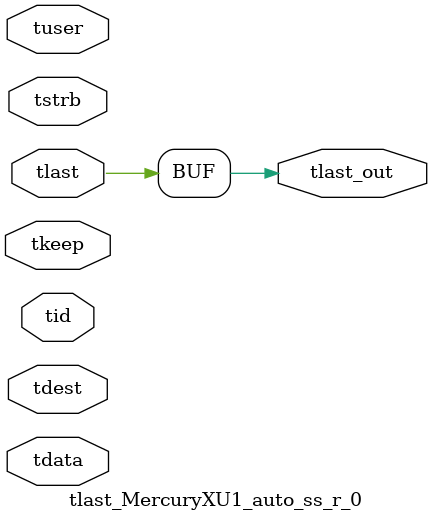
<source format=v>


`timescale 1ps/1ps

module tlast_MercuryXU1_auto_ss_r_0 #
(
parameter C_S_AXIS_TID_WIDTH   = 1,
parameter C_S_AXIS_TUSER_WIDTH = 0,
parameter C_S_AXIS_TDATA_WIDTH = 0,
parameter C_S_AXIS_TDEST_WIDTH = 0
)
(
input  [(C_S_AXIS_TID_WIDTH   == 0 ? 1 : C_S_AXIS_TID_WIDTH)-1:0       ] tid,
input  [(C_S_AXIS_TDATA_WIDTH == 0 ? 1 : C_S_AXIS_TDATA_WIDTH)-1:0     ] tdata,
input  [(C_S_AXIS_TUSER_WIDTH == 0 ? 1 : C_S_AXIS_TUSER_WIDTH)-1:0     ] tuser,
input  [(C_S_AXIS_TDEST_WIDTH == 0 ? 1 : C_S_AXIS_TDEST_WIDTH)-1:0     ] tdest,
input  [(C_S_AXIS_TDATA_WIDTH/8)-1:0 ] tkeep,
input  [(C_S_AXIS_TDATA_WIDTH/8)-1:0 ] tstrb,
input  [0:0]                                                             tlast,
output                                                                   tlast_out
);

assign tlast_out = {tlast};

endmodule


</source>
